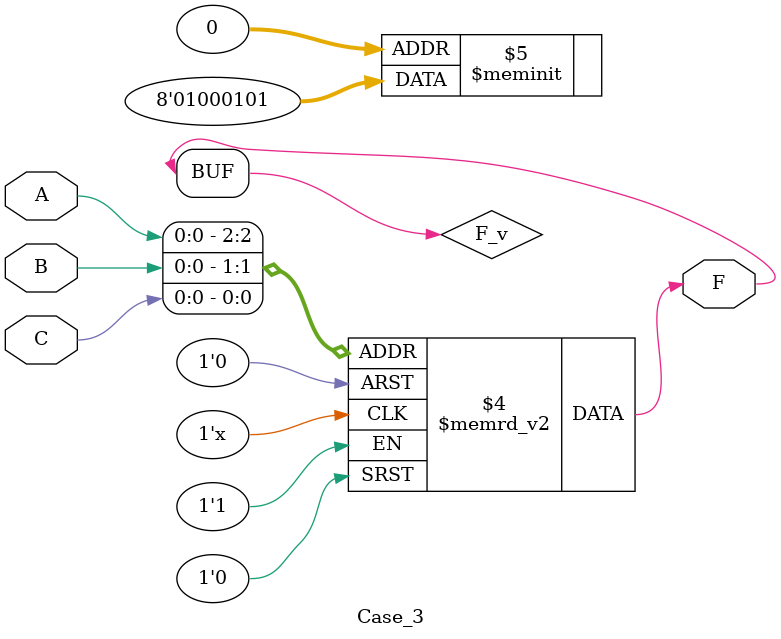
<source format=v>



//module Case_3(
//    output reg result
//    );
    
//    reg [3:0] A=4'h0; 
    
//    always begin
//    #10
//    A=A+1;
//    end
    
//    always@ (A) begin
        
//        case (A)
//            4'h5: begin
//                   result=1;
//                  end
//            4'h3: begin
//                    result=1;
//                  end   
//        default  begin
//                    result=0;
//                  end
//        endcase
//    end
//endmodule



//*******************************************************************************************

`timescale 1ns / 1ps

module Case_3(
    input wire A,B,C,
    output wire F
    );
    
    reg F_v; 
    
          always@ (A) 
               begin    
                    case ({A,B,C})              //3 bitlik bir sayı elde ediyor.
                       3'b000 : F_v = 1'b1;        
                       3'b001 : F_v = 1'b0;
                       3'b010 : F_v = 1'b1;
                       3'b011 : F_v = 1'b0;
                       3'b100 : F_v = 1'b0;
                       3'b101 : F_v = 1'b0;
                       3'b110 : F_v = 1'b1;
                       3'b111 : F_v = 1'b0;
                       default : F_v = 1'bX;    //diğer durumlarda ne olacağını belirtir.
                    endcase
               end
    assign F=F_v;            //reg'i wire yapıyor aslında.   
endmodule

</source>
